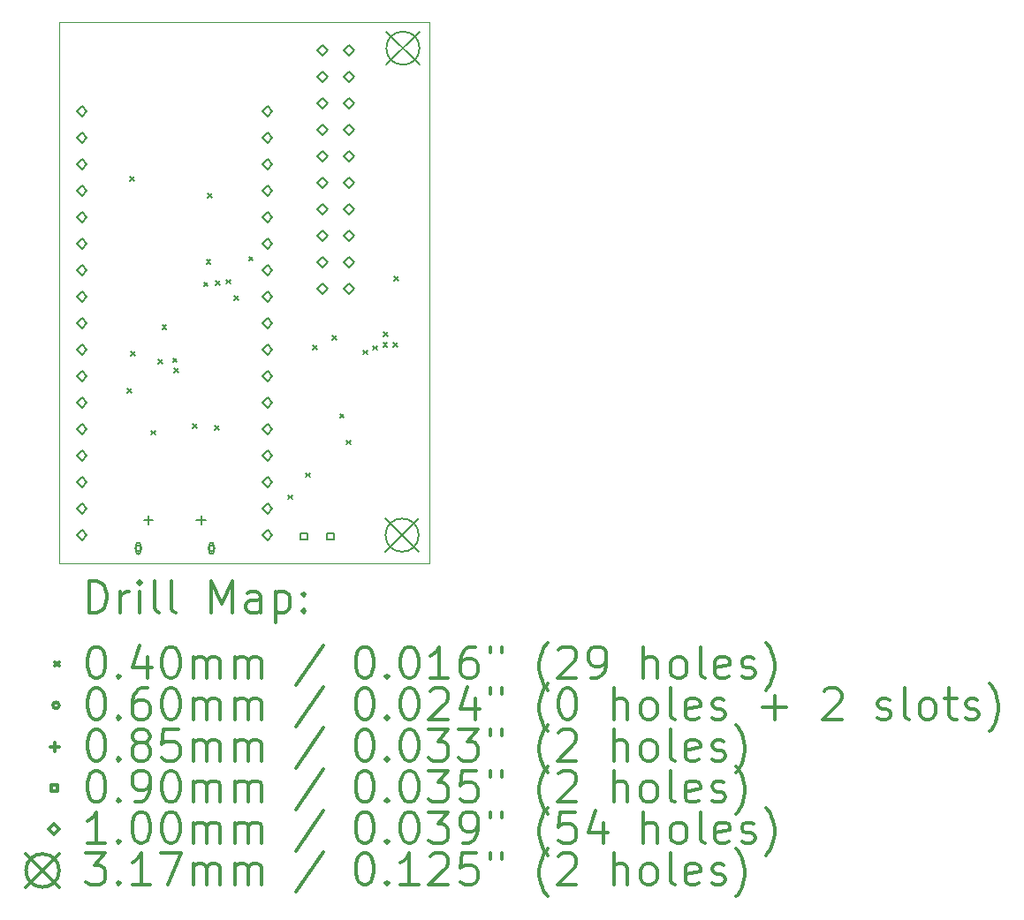
<source format=gbr>
%FSLAX45Y45*%
G04 Gerber Fmt 4.5, Leading zero omitted, Abs format (unit mm)*
G04 Created by KiCad (PCBNEW (5.1.5-0-10_14)) date 2020-02-28 10:22:09*
%MOMM*%
%LPD*%
G04 APERTURE LIST*
%TA.AperFunction,Profile*%
%ADD10C,0.050000*%
%TD*%
%ADD11C,0.200000*%
%ADD12C,0.300000*%
G04 APERTURE END LIST*
D10*
X6277500Y-2140000D02*
X2732500Y-2140000D01*
X6277500Y-7335000D02*
X6277500Y-2140000D01*
X2732500Y-7335000D02*
X6277500Y-7335000D01*
X2732500Y-2140000D02*
X2732500Y-7335000D01*
D11*
X3382499Y-5655000D02*
X3422499Y-5695000D01*
X3422499Y-5655000D02*
X3382499Y-5695000D01*
X3409000Y-3623000D02*
X3449000Y-3663000D01*
X3449000Y-3623000D02*
X3409000Y-3663000D01*
X3419500Y-5299706D02*
X3459500Y-5339706D01*
X3459500Y-5299706D02*
X3419500Y-5339706D01*
X3612000Y-6060000D02*
X3652000Y-6100000D01*
X3652000Y-6060000D02*
X3612000Y-6100000D01*
X3681000Y-5379000D02*
X3721000Y-5419000D01*
X3721000Y-5379000D02*
X3681000Y-5419000D01*
X3719000Y-5045000D02*
X3759000Y-5085000D01*
X3759000Y-5045000D02*
X3719000Y-5085000D01*
X3820000Y-5365000D02*
X3860000Y-5405000D01*
X3860000Y-5365000D02*
X3820000Y-5405000D01*
X3831535Y-5464334D02*
X3871535Y-5504334D01*
X3871535Y-5464334D02*
X3831535Y-5504334D01*
X4010000Y-5995000D02*
X4050000Y-6035000D01*
X4050000Y-5995000D02*
X4010000Y-6035000D01*
X4116000Y-4636000D02*
X4156000Y-4676000D01*
X4156000Y-4636000D02*
X4116000Y-4676000D01*
X4143000Y-4418000D02*
X4183000Y-4458000D01*
X4183000Y-4418000D02*
X4143000Y-4458000D01*
X4153000Y-3788000D02*
X4193000Y-3828000D01*
X4193000Y-3788000D02*
X4153000Y-3828000D01*
X4220000Y-6012500D02*
X4260000Y-6052500D01*
X4260000Y-6012500D02*
X4220000Y-6052500D01*
X4233555Y-4620977D02*
X4273555Y-4660977D01*
X4273555Y-4620977D02*
X4233555Y-4660977D01*
X4335000Y-4611000D02*
X4375000Y-4651000D01*
X4375000Y-4611000D02*
X4335000Y-4651000D01*
X4408000Y-4768000D02*
X4448000Y-4808000D01*
X4448000Y-4768000D02*
X4408000Y-4808000D01*
X4548000Y-4391000D02*
X4588000Y-4431000D01*
X4588000Y-4391000D02*
X4548000Y-4431000D01*
X4924000Y-6678000D02*
X4964000Y-6718000D01*
X4964000Y-6678000D02*
X4924000Y-6718000D01*
X5094000Y-6465000D02*
X5134000Y-6505000D01*
X5134000Y-6465000D02*
X5094000Y-6505000D01*
X5165000Y-5239000D02*
X5205000Y-5279000D01*
X5205000Y-5239000D02*
X5165000Y-5279000D01*
X5346000Y-5147000D02*
X5386000Y-5187000D01*
X5386000Y-5147000D02*
X5346000Y-5187000D01*
X5421000Y-5898000D02*
X5461000Y-5938000D01*
X5461000Y-5898000D02*
X5421000Y-5938000D01*
X5486000Y-6152000D02*
X5526000Y-6192000D01*
X5526000Y-6152000D02*
X5486000Y-6192000D01*
X5644996Y-5287455D02*
X5684996Y-5327455D01*
X5684996Y-5287455D02*
X5644996Y-5327455D01*
X5736000Y-5246000D02*
X5776000Y-5286000D01*
X5776000Y-5246000D02*
X5736000Y-5286000D01*
X5835090Y-5216128D02*
X5875090Y-5256128D01*
X5875090Y-5216128D02*
X5835090Y-5256128D01*
X5840000Y-5113000D02*
X5880000Y-5153000D01*
X5880000Y-5113000D02*
X5840000Y-5153000D01*
X5935090Y-5215811D02*
X5975090Y-5255811D01*
X5975090Y-5215811D02*
X5935090Y-5255811D01*
X5941000Y-4582000D02*
X5981000Y-4622000D01*
X5981000Y-4582000D02*
X5941000Y-4622000D01*
X3520000Y-7188750D02*
G75*
G03X3520000Y-7188750I-30000J0D01*
G01*
X3510000Y-7223750D02*
X3510000Y-7153750D01*
X3470000Y-7223750D02*
X3470000Y-7153750D01*
X3510000Y-7153750D02*
G75*
G03X3470000Y-7153750I-20000J0D01*
G01*
X3470000Y-7223750D02*
G75*
G03X3510000Y-7223750I20000J0D01*
G01*
X4220000Y-7188750D02*
G75*
G03X4220000Y-7188750I-30000J0D01*
G01*
X4170000Y-7153750D02*
X4170000Y-7223750D01*
X4210000Y-7153750D02*
X4210000Y-7223750D01*
X4170000Y-7223750D02*
G75*
G03X4210000Y-7223750I20000J0D01*
G01*
X4210000Y-7153750D02*
G75*
G03X4170000Y-7153750I-20000J0D01*
G01*
X3590000Y-6876250D02*
X3590000Y-6961250D01*
X3547500Y-6918750D02*
X3632500Y-6918750D01*
X4090000Y-6876250D02*
X4090000Y-6961250D01*
X4047500Y-6918750D02*
X4132500Y-6918750D01*
X5109820Y-7106820D02*
X5109820Y-7043180D01*
X5046180Y-7043180D01*
X5046180Y-7106820D01*
X5109820Y-7106820D01*
X5363820Y-7106820D02*
X5363820Y-7043180D01*
X5300180Y-7043180D01*
X5300180Y-7106820D01*
X5363820Y-7106820D01*
X4725000Y-3047000D02*
X4775000Y-2997000D01*
X4725000Y-2947000D01*
X4675000Y-2997000D01*
X4725000Y-3047000D01*
X4725000Y-3301000D02*
X4775000Y-3251000D01*
X4725000Y-3201000D01*
X4675000Y-3251000D01*
X4725000Y-3301000D01*
X4725000Y-3555000D02*
X4775000Y-3505000D01*
X4725000Y-3455000D01*
X4675000Y-3505000D01*
X4725000Y-3555000D01*
X4725000Y-3809000D02*
X4775000Y-3759000D01*
X4725000Y-3709000D01*
X4675000Y-3759000D01*
X4725000Y-3809000D01*
X4725000Y-4063000D02*
X4775000Y-4013000D01*
X4725000Y-3963000D01*
X4675000Y-4013000D01*
X4725000Y-4063000D01*
X4725000Y-4317000D02*
X4775000Y-4267000D01*
X4725000Y-4217000D01*
X4675000Y-4267000D01*
X4725000Y-4317000D01*
X4725000Y-4571000D02*
X4775000Y-4521000D01*
X4725000Y-4471000D01*
X4675000Y-4521000D01*
X4725000Y-4571000D01*
X4725000Y-4825000D02*
X4775000Y-4775000D01*
X4725000Y-4725000D01*
X4675000Y-4775000D01*
X4725000Y-4825000D01*
X4725000Y-5079000D02*
X4775000Y-5029000D01*
X4725000Y-4979000D01*
X4675000Y-5029000D01*
X4725000Y-5079000D01*
X4725000Y-5333000D02*
X4775000Y-5283000D01*
X4725000Y-5233000D01*
X4675000Y-5283000D01*
X4725000Y-5333000D01*
X4725000Y-5587000D02*
X4775000Y-5537000D01*
X4725000Y-5487000D01*
X4675000Y-5537000D01*
X4725000Y-5587000D01*
X4725000Y-5841000D02*
X4775000Y-5791000D01*
X4725000Y-5741000D01*
X4675000Y-5791000D01*
X4725000Y-5841000D01*
X4725000Y-6095000D02*
X4775000Y-6045000D01*
X4725000Y-5995000D01*
X4675000Y-6045000D01*
X4725000Y-6095000D01*
X4725000Y-6349000D02*
X4775000Y-6299000D01*
X4725000Y-6249000D01*
X4675000Y-6299000D01*
X4725000Y-6349000D01*
X4725000Y-6603000D02*
X4775000Y-6553000D01*
X4725000Y-6503000D01*
X4675000Y-6553000D01*
X4725000Y-6603000D01*
X4725000Y-6857000D02*
X4775000Y-6807000D01*
X4725000Y-6757000D01*
X4675000Y-6807000D01*
X4725000Y-6857000D01*
X4725000Y-7111000D02*
X4775000Y-7061000D01*
X4725000Y-7011000D01*
X4675000Y-7061000D01*
X4725000Y-7111000D01*
X5254000Y-2460000D02*
X5304000Y-2410000D01*
X5254000Y-2360000D01*
X5204000Y-2410000D01*
X5254000Y-2460000D01*
X5254000Y-2714000D02*
X5304000Y-2664000D01*
X5254000Y-2614000D01*
X5204000Y-2664000D01*
X5254000Y-2714000D01*
X5254000Y-2968000D02*
X5304000Y-2918000D01*
X5254000Y-2868000D01*
X5204000Y-2918000D01*
X5254000Y-2968000D01*
X5254000Y-3222000D02*
X5304000Y-3172000D01*
X5254000Y-3122000D01*
X5204000Y-3172000D01*
X5254000Y-3222000D01*
X5254000Y-3476000D02*
X5304000Y-3426000D01*
X5254000Y-3376000D01*
X5204000Y-3426000D01*
X5254000Y-3476000D01*
X5254000Y-3730000D02*
X5304000Y-3680000D01*
X5254000Y-3630000D01*
X5204000Y-3680000D01*
X5254000Y-3730000D01*
X5254000Y-3984000D02*
X5304000Y-3934000D01*
X5254000Y-3884000D01*
X5204000Y-3934000D01*
X5254000Y-3984000D01*
X5254000Y-4238000D02*
X5304000Y-4188000D01*
X5254000Y-4138000D01*
X5204000Y-4188000D01*
X5254000Y-4238000D01*
X5254000Y-4492000D02*
X5304000Y-4442000D01*
X5254000Y-4392000D01*
X5204000Y-4442000D01*
X5254000Y-4492000D01*
X5254000Y-4746000D02*
X5304000Y-4696000D01*
X5254000Y-4646000D01*
X5204000Y-4696000D01*
X5254000Y-4746000D01*
X5508000Y-2460000D02*
X5558000Y-2410000D01*
X5508000Y-2360000D01*
X5458000Y-2410000D01*
X5508000Y-2460000D01*
X5508000Y-2714000D02*
X5558000Y-2664000D01*
X5508000Y-2614000D01*
X5458000Y-2664000D01*
X5508000Y-2714000D01*
X5508000Y-2968000D02*
X5558000Y-2918000D01*
X5508000Y-2868000D01*
X5458000Y-2918000D01*
X5508000Y-2968000D01*
X5508000Y-3222000D02*
X5558000Y-3172000D01*
X5508000Y-3122000D01*
X5458000Y-3172000D01*
X5508000Y-3222000D01*
X5508000Y-3476000D02*
X5558000Y-3426000D01*
X5508000Y-3376000D01*
X5458000Y-3426000D01*
X5508000Y-3476000D01*
X5508000Y-3730000D02*
X5558000Y-3680000D01*
X5508000Y-3630000D01*
X5458000Y-3680000D01*
X5508000Y-3730000D01*
X5508000Y-3984000D02*
X5558000Y-3934000D01*
X5508000Y-3884000D01*
X5458000Y-3934000D01*
X5508000Y-3984000D01*
X5508000Y-4238000D02*
X5558000Y-4188000D01*
X5508000Y-4138000D01*
X5458000Y-4188000D01*
X5508000Y-4238000D01*
X5508000Y-4492000D02*
X5558000Y-4442000D01*
X5508000Y-4392000D01*
X5458000Y-4442000D01*
X5508000Y-4492000D01*
X5508000Y-4746000D02*
X5558000Y-4696000D01*
X5508000Y-4646000D01*
X5458000Y-4696000D01*
X5508000Y-4746000D01*
X2947000Y-3047000D02*
X2997000Y-2997000D01*
X2947000Y-2947000D01*
X2897000Y-2997000D01*
X2947000Y-3047000D01*
X2947000Y-3301000D02*
X2997000Y-3251000D01*
X2947000Y-3201000D01*
X2897000Y-3251000D01*
X2947000Y-3301000D01*
X2947000Y-3555000D02*
X2997000Y-3505000D01*
X2947000Y-3455000D01*
X2897000Y-3505000D01*
X2947000Y-3555000D01*
X2947000Y-3809000D02*
X2997000Y-3759000D01*
X2947000Y-3709000D01*
X2897000Y-3759000D01*
X2947000Y-3809000D01*
X2947000Y-4063000D02*
X2997000Y-4013000D01*
X2947000Y-3963000D01*
X2897000Y-4013000D01*
X2947000Y-4063000D01*
X2947000Y-4317000D02*
X2997000Y-4267000D01*
X2947000Y-4217000D01*
X2897000Y-4267000D01*
X2947000Y-4317000D01*
X2947000Y-4571000D02*
X2997000Y-4521000D01*
X2947000Y-4471000D01*
X2897000Y-4521000D01*
X2947000Y-4571000D01*
X2947000Y-4825000D02*
X2997000Y-4775000D01*
X2947000Y-4725000D01*
X2897000Y-4775000D01*
X2947000Y-4825000D01*
X2947000Y-5079000D02*
X2997000Y-5029000D01*
X2947000Y-4979000D01*
X2897000Y-5029000D01*
X2947000Y-5079000D01*
X2947000Y-5333000D02*
X2997000Y-5283000D01*
X2947000Y-5233000D01*
X2897000Y-5283000D01*
X2947000Y-5333000D01*
X2947000Y-5587000D02*
X2997000Y-5537000D01*
X2947000Y-5487000D01*
X2897000Y-5537000D01*
X2947000Y-5587000D01*
X2947000Y-5841000D02*
X2997000Y-5791000D01*
X2947000Y-5741000D01*
X2897000Y-5791000D01*
X2947000Y-5841000D01*
X2947000Y-6095000D02*
X2997000Y-6045000D01*
X2947000Y-5995000D01*
X2897000Y-6045000D01*
X2947000Y-6095000D01*
X2947000Y-6349000D02*
X2997000Y-6299000D01*
X2947000Y-6249000D01*
X2897000Y-6299000D01*
X2947000Y-6349000D01*
X2947000Y-6603000D02*
X2997000Y-6553000D01*
X2947000Y-6503000D01*
X2897000Y-6553000D01*
X2947000Y-6603000D01*
X2947000Y-6857000D02*
X2997000Y-6807000D01*
X2947000Y-6757000D01*
X2897000Y-6807000D01*
X2947000Y-6857000D01*
X2947000Y-7111000D02*
X2997000Y-7061000D01*
X2947000Y-7011000D01*
X2897000Y-7061000D01*
X2947000Y-7111000D01*
X5858250Y-6903250D02*
X6175750Y-7220750D01*
X6175750Y-6903250D02*
X5858250Y-7220750D01*
X6175750Y-7062000D02*
G75*
G03X6175750Y-7062000I-158750J0D01*
G01*
X5866250Y-2233250D02*
X6183750Y-2550750D01*
X6183750Y-2233250D02*
X5866250Y-2550750D01*
X6183750Y-2392000D02*
G75*
G03X6183750Y-2392000I-158750J0D01*
G01*
D12*
X3016428Y-7803214D02*
X3016428Y-7503214D01*
X3087857Y-7503214D01*
X3130714Y-7517500D01*
X3159286Y-7546071D01*
X3173571Y-7574643D01*
X3187857Y-7631786D01*
X3187857Y-7674643D01*
X3173571Y-7731786D01*
X3159286Y-7760357D01*
X3130714Y-7788929D01*
X3087857Y-7803214D01*
X3016428Y-7803214D01*
X3316428Y-7803214D02*
X3316428Y-7603214D01*
X3316428Y-7660357D02*
X3330714Y-7631786D01*
X3345000Y-7617500D01*
X3373571Y-7603214D01*
X3402143Y-7603214D01*
X3502143Y-7803214D02*
X3502143Y-7603214D01*
X3502143Y-7503214D02*
X3487857Y-7517500D01*
X3502143Y-7531786D01*
X3516428Y-7517500D01*
X3502143Y-7503214D01*
X3502143Y-7531786D01*
X3687857Y-7803214D02*
X3659286Y-7788929D01*
X3645000Y-7760357D01*
X3645000Y-7503214D01*
X3845000Y-7803214D02*
X3816428Y-7788929D01*
X3802143Y-7760357D01*
X3802143Y-7503214D01*
X4187857Y-7803214D02*
X4187857Y-7503214D01*
X4287857Y-7717500D01*
X4387857Y-7503214D01*
X4387857Y-7803214D01*
X4659286Y-7803214D02*
X4659286Y-7646071D01*
X4645000Y-7617500D01*
X4616428Y-7603214D01*
X4559286Y-7603214D01*
X4530714Y-7617500D01*
X4659286Y-7788929D02*
X4630714Y-7803214D01*
X4559286Y-7803214D01*
X4530714Y-7788929D01*
X4516428Y-7760357D01*
X4516428Y-7731786D01*
X4530714Y-7703214D01*
X4559286Y-7688929D01*
X4630714Y-7688929D01*
X4659286Y-7674643D01*
X4802143Y-7603214D02*
X4802143Y-7903214D01*
X4802143Y-7617500D02*
X4830714Y-7603214D01*
X4887857Y-7603214D01*
X4916428Y-7617500D01*
X4930714Y-7631786D01*
X4945000Y-7660357D01*
X4945000Y-7746071D01*
X4930714Y-7774643D01*
X4916428Y-7788929D01*
X4887857Y-7803214D01*
X4830714Y-7803214D01*
X4802143Y-7788929D01*
X5073571Y-7774643D02*
X5087857Y-7788929D01*
X5073571Y-7803214D01*
X5059286Y-7788929D01*
X5073571Y-7774643D01*
X5073571Y-7803214D01*
X5073571Y-7617500D02*
X5087857Y-7631786D01*
X5073571Y-7646071D01*
X5059286Y-7631786D01*
X5073571Y-7617500D01*
X5073571Y-7646071D01*
X2690000Y-8277500D02*
X2730000Y-8317500D01*
X2730000Y-8277500D02*
X2690000Y-8317500D01*
X3073571Y-8133214D02*
X3102143Y-8133214D01*
X3130714Y-8147500D01*
X3145000Y-8161786D01*
X3159286Y-8190357D01*
X3173571Y-8247500D01*
X3173571Y-8318929D01*
X3159286Y-8376071D01*
X3145000Y-8404643D01*
X3130714Y-8418929D01*
X3102143Y-8433214D01*
X3073571Y-8433214D01*
X3045000Y-8418929D01*
X3030714Y-8404643D01*
X3016428Y-8376071D01*
X3002143Y-8318929D01*
X3002143Y-8247500D01*
X3016428Y-8190357D01*
X3030714Y-8161786D01*
X3045000Y-8147500D01*
X3073571Y-8133214D01*
X3302143Y-8404643D02*
X3316428Y-8418929D01*
X3302143Y-8433214D01*
X3287857Y-8418929D01*
X3302143Y-8404643D01*
X3302143Y-8433214D01*
X3573571Y-8233214D02*
X3573571Y-8433214D01*
X3502143Y-8118929D02*
X3430714Y-8333214D01*
X3616428Y-8333214D01*
X3787857Y-8133214D02*
X3816428Y-8133214D01*
X3845000Y-8147500D01*
X3859286Y-8161786D01*
X3873571Y-8190357D01*
X3887857Y-8247500D01*
X3887857Y-8318929D01*
X3873571Y-8376071D01*
X3859286Y-8404643D01*
X3845000Y-8418929D01*
X3816428Y-8433214D01*
X3787857Y-8433214D01*
X3759286Y-8418929D01*
X3745000Y-8404643D01*
X3730714Y-8376071D01*
X3716428Y-8318929D01*
X3716428Y-8247500D01*
X3730714Y-8190357D01*
X3745000Y-8161786D01*
X3759286Y-8147500D01*
X3787857Y-8133214D01*
X4016428Y-8433214D02*
X4016428Y-8233214D01*
X4016428Y-8261786D02*
X4030714Y-8247500D01*
X4059286Y-8233214D01*
X4102143Y-8233214D01*
X4130714Y-8247500D01*
X4145000Y-8276071D01*
X4145000Y-8433214D01*
X4145000Y-8276071D02*
X4159286Y-8247500D01*
X4187857Y-8233214D01*
X4230714Y-8233214D01*
X4259286Y-8247500D01*
X4273571Y-8276071D01*
X4273571Y-8433214D01*
X4416428Y-8433214D02*
X4416428Y-8233214D01*
X4416428Y-8261786D02*
X4430714Y-8247500D01*
X4459286Y-8233214D01*
X4502143Y-8233214D01*
X4530714Y-8247500D01*
X4545000Y-8276071D01*
X4545000Y-8433214D01*
X4545000Y-8276071D02*
X4559286Y-8247500D01*
X4587857Y-8233214D01*
X4630714Y-8233214D01*
X4659286Y-8247500D01*
X4673571Y-8276071D01*
X4673571Y-8433214D01*
X5259286Y-8118929D02*
X5002143Y-8504643D01*
X5645000Y-8133214D02*
X5673571Y-8133214D01*
X5702143Y-8147500D01*
X5716428Y-8161786D01*
X5730714Y-8190357D01*
X5745000Y-8247500D01*
X5745000Y-8318929D01*
X5730714Y-8376071D01*
X5716428Y-8404643D01*
X5702143Y-8418929D01*
X5673571Y-8433214D01*
X5645000Y-8433214D01*
X5616428Y-8418929D01*
X5602143Y-8404643D01*
X5587857Y-8376071D01*
X5573571Y-8318929D01*
X5573571Y-8247500D01*
X5587857Y-8190357D01*
X5602143Y-8161786D01*
X5616428Y-8147500D01*
X5645000Y-8133214D01*
X5873571Y-8404643D02*
X5887857Y-8418929D01*
X5873571Y-8433214D01*
X5859286Y-8418929D01*
X5873571Y-8404643D01*
X5873571Y-8433214D01*
X6073571Y-8133214D02*
X6102143Y-8133214D01*
X6130714Y-8147500D01*
X6145000Y-8161786D01*
X6159286Y-8190357D01*
X6173571Y-8247500D01*
X6173571Y-8318929D01*
X6159286Y-8376071D01*
X6145000Y-8404643D01*
X6130714Y-8418929D01*
X6102143Y-8433214D01*
X6073571Y-8433214D01*
X6045000Y-8418929D01*
X6030714Y-8404643D01*
X6016428Y-8376071D01*
X6002143Y-8318929D01*
X6002143Y-8247500D01*
X6016428Y-8190357D01*
X6030714Y-8161786D01*
X6045000Y-8147500D01*
X6073571Y-8133214D01*
X6459286Y-8433214D02*
X6287857Y-8433214D01*
X6373571Y-8433214D02*
X6373571Y-8133214D01*
X6345000Y-8176071D01*
X6316428Y-8204643D01*
X6287857Y-8218929D01*
X6716428Y-8133214D02*
X6659286Y-8133214D01*
X6630714Y-8147500D01*
X6616428Y-8161786D01*
X6587857Y-8204643D01*
X6573571Y-8261786D01*
X6573571Y-8376071D01*
X6587857Y-8404643D01*
X6602143Y-8418929D01*
X6630714Y-8433214D01*
X6687857Y-8433214D01*
X6716428Y-8418929D01*
X6730714Y-8404643D01*
X6745000Y-8376071D01*
X6745000Y-8304643D01*
X6730714Y-8276071D01*
X6716428Y-8261786D01*
X6687857Y-8247500D01*
X6630714Y-8247500D01*
X6602143Y-8261786D01*
X6587857Y-8276071D01*
X6573571Y-8304643D01*
X6859286Y-8133214D02*
X6859286Y-8190357D01*
X6973571Y-8133214D02*
X6973571Y-8190357D01*
X7416428Y-8547500D02*
X7402143Y-8533214D01*
X7373571Y-8490357D01*
X7359286Y-8461786D01*
X7345000Y-8418929D01*
X7330714Y-8347500D01*
X7330714Y-8290357D01*
X7345000Y-8218929D01*
X7359286Y-8176071D01*
X7373571Y-8147500D01*
X7402143Y-8104643D01*
X7416428Y-8090357D01*
X7516428Y-8161786D02*
X7530714Y-8147500D01*
X7559286Y-8133214D01*
X7630714Y-8133214D01*
X7659286Y-8147500D01*
X7673571Y-8161786D01*
X7687857Y-8190357D01*
X7687857Y-8218929D01*
X7673571Y-8261786D01*
X7502143Y-8433214D01*
X7687857Y-8433214D01*
X7830714Y-8433214D02*
X7887857Y-8433214D01*
X7916428Y-8418929D01*
X7930714Y-8404643D01*
X7959286Y-8361786D01*
X7973571Y-8304643D01*
X7973571Y-8190357D01*
X7959286Y-8161786D01*
X7945000Y-8147500D01*
X7916428Y-8133214D01*
X7859286Y-8133214D01*
X7830714Y-8147500D01*
X7816428Y-8161786D01*
X7802143Y-8190357D01*
X7802143Y-8261786D01*
X7816428Y-8290357D01*
X7830714Y-8304643D01*
X7859286Y-8318929D01*
X7916428Y-8318929D01*
X7945000Y-8304643D01*
X7959286Y-8290357D01*
X7973571Y-8261786D01*
X8330714Y-8433214D02*
X8330714Y-8133214D01*
X8459286Y-8433214D02*
X8459286Y-8276071D01*
X8445000Y-8247500D01*
X8416428Y-8233214D01*
X8373571Y-8233214D01*
X8345000Y-8247500D01*
X8330714Y-8261786D01*
X8645000Y-8433214D02*
X8616428Y-8418929D01*
X8602143Y-8404643D01*
X8587857Y-8376071D01*
X8587857Y-8290357D01*
X8602143Y-8261786D01*
X8616428Y-8247500D01*
X8645000Y-8233214D01*
X8687857Y-8233214D01*
X8716428Y-8247500D01*
X8730714Y-8261786D01*
X8745000Y-8290357D01*
X8745000Y-8376071D01*
X8730714Y-8404643D01*
X8716428Y-8418929D01*
X8687857Y-8433214D01*
X8645000Y-8433214D01*
X8916428Y-8433214D02*
X8887857Y-8418929D01*
X8873571Y-8390357D01*
X8873571Y-8133214D01*
X9145000Y-8418929D02*
X9116428Y-8433214D01*
X9059286Y-8433214D01*
X9030714Y-8418929D01*
X9016428Y-8390357D01*
X9016428Y-8276071D01*
X9030714Y-8247500D01*
X9059286Y-8233214D01*
X9116428Y-8233214D01*
X9145000Y-8247500D01*
X9159286Y-8276071D01*
X9159286Y-8304643D01*
X9016428Y-8333214D01*
X9273571Y-8418929D02*
X9302143Y-8433214D01*
X9359286Y-8433214D01*
X9387857Y-8418929D01*
X9402143Y-8390357D01*
X9402143Y-8376071D01*
X9387857Y-8347500D01*
X9359286Y-8333214D01*
X9316428Y-8333214D01*
X9287857Y-8318929D01*
X9273571Y-8290357D01*
X9273571Y-8276071D01*
X9287857Y-8247500D01*
X9316428Y-8233214D01*
X9359286Y-8233214D01*
X9387857Y-8247500D01*
X9502143Y-8547500D02*
X9516428Y-8533214D01*
X9545000Y-8490357D01*
X9559286Y-8461786D01*
X9573571Y-8418929D01*
X9587857Y-8347500D01*
X9587857Y-8290357D01*
X9573571Y-8218929D01*
X9559286Y-8176071D01*
X9545000Y-8147500D01*
X9516428Y-8104643D01*
X9502143Y-8090357D01*
X2730000Y-8693500D02*
G75*
G03X2730000Y-8693500I-30000J0D01*
G01*
X3073571Y-8529214D02*
X3102143Y-8529214D01*
X3130714Y-8543500D01*
X3145000Y-8557786D01*
X3159286Y-8586357D01*
X3173571Y-8643500D01*
X3173571Y-8714929D01*
X3159286Y-8772072D01*
X3145000Y-8800643D01*
X3130714Y-8814929D01*
X3102143Y-8829214D01*
X3073571Y-8829214D01*
X3045000Y-8814929D01*
X3030714Y-8800643D01*
X3016428Y-8772072D01*
X3002143Y-8714929D01*
X3002143Y-8643500D01*
X3016428Y-8586357D01*
X3030714Y-8557786D01*
X3045000Y-8543500D01*
X3073571Y-8529214D01*
X3302143Y-8800643D02*
X3316428Y-8814929D01*
X3302143Y-8829214D01*
X3287857Y-8814929D01*
X3302143Y-8800643D01*
X3302143Y-8829214D01*
X3573571Y-8529214D02*
X3516428Y-8529214D01*
X3487857Y-8543500D01*
X3473571Y-8557786D01*
X3445000Y-8600643D01*
X3430714Y-8657786D01*
X3430714Y-8772072D01*
X3445000Y-8800643D01*
X3459286Y-8814929D01*
X3487857Y-8829214D01*
X3545000Y-8829214D01*
X3573571Y-8814929D01*
X3587857Y-8800643D01*
X3602143Y-8772072D01*
X3602143Y-8700643D01*
X3587857Y-8672072D01*
X3573571Y-8657786D01*
X3545000Y-8643500D01*
X3487857Y-8643500D01*
X3459286Y-8657786D01*
X3445000Y-8672072D01*
X3430714Y-8700643D01*
X3787857Y-8529214D02*
X3816428Y-8529214D01*
X3845000Y-8543500D01*
X3859286Y-8557786D01*
X3873571Y-8586357D01*
X3887857Y-8643500D01*
X3887857Y-8714929D01*
X3873571Y-8772072D01*
X3859286Y-8800643D01*
X3845000Y-8814929D01*
X3816428Y-8829214D01*
X3787857Y-8829214D01*
X3759286Y-8814929D01*
X3745000Y-8800643D01*
X3730714Y-8772072D01*
X3716428Y-8714929D01*
X3716428Y-8643500D01*
X3730714Y-8586357D01*
X3745000Y-8557786D01*
X3759286Y-8543500D01*
X3787857Y-8529214D01*
X4016428Y-8829214D02*
X4016428Y-8629214D01*
X4016428Y-8657786D02*
X4030714Y-8643500D01*
X4059286Y-8629214D01*
X4102143Y-8629214D01*
X4130714Y-8643500D01*
X4145000Y-8672072D01*
X4145000Y-8829214D01*
X4145000Y-8672072D02*
X4159286Y-8643500D01*
X4187857Y-8629214D01*
X4230714Y-8629214D01*
X4259286Y-8643500D01*
X4273571Y-8672072D01*
X4273571Y-8829214D01*
X4416428Y-8829214D02*
X4416428Y-8629214D01*
X4416428Y-8657786D02*
X4430714Y-8643500D01*
X4459286Y-8629214D01*
X4502143Y-8629214D01*
X4530714Y-8643500D01*
X4545000Y-8672072D01*
X4545000Y-8829214D01*
X4545000Y-8672072D02*
X4559286Y-8643500D01*
X4587857Y-8629214D01*
X4630714Y-8629214D01*
X4659286Y-8643500D01*
X4673571Y-8672072D01*
X4673571Y-8829214D01*
X5259286Y-8514929D02*
X5002143Y-8900643D01*
X5645000Y-8529214D02*
X5673571Y-8529214D01*
X5702143Y-8543500D01*
X5716428Y-8557786D01*
X5730714Y-8586357D01*
X5745000Y-8643500D01*
X5745000Y-8714929D01*
X5730714Y-8772072D01*
X5716428Y-8800643D01*
X5702143Y-8814929D01*
X5673571Y-8829214D01*
X5645000Y-8829214D01*
X5616428Y-8814929D01*
X5602143Y-8800643D01*
X5587857Y-8772072D01*
X5573571Y-8714929D01*
X5573571Y-8643500D01*
X5587857Y-8586357D01*
X5602143Y-8557786D01*
X5616428Y-8543500D01*
X5645000Y-8529214D01*
X5873571Y-8800643D02*
X5887857Y-8814929D01*
X5873571Y-8829214D01*
X5859286Y-8814929D01*
X5873571Y-8800643D01*
X5873571Y-8829214D01*
X6073571Y-8529214D02*
X6102143Y-8529214D01*
X6130714Y-8543500D01*
X6145000Y-8557786D01*
X6159286Y-8586357D01*
X6173571Y-8643500D01*
X6173571Y-8714929D01*
X6159286Y-8772072D01*
X6145000Y-8800643D01*
X6130714Y-8814929D01*
X6102143Y-8829214D01*
X6073571Y-8829214D01*
X6045000Y-8814929D01*
X6030714Y-8800643D01*
X6016428Y-8772072D01*
X6002143Y-8714929D01*
X6002143Y-8643500D01*
X6016428Y-8586357D01*
X6030714Y-8557786D01*
X6045000Y-8543500D01*
X6073571Y-8529214D01*
X6287857Y-8557786D02*
X6302143Y-8543500D01*
X6330714Y-8529214D01*
X6402143Y-8529214D01*
X6430714Y-8543500D01*
X6445000Y-8557786D01*
X6459286Y-8586357D01*
X6459286Y-8614929D01*
X6445000Y-8657786D01*
X6273571Y-8829214D01*
X6459286Y-8829214D01*
X6716428Y-8629214D02*
X6716428Y-8829214D01*
X6645000Y-8514929D02*
X6573571Y-8729214D01*
X6759286Y-8729214D01*
X6859286Y-8529214D02*
X6859286Y-8586357D01*
X6973571Y-8529214D02*
X6973571Y-8586357D01*
X7416428Y-8943500D02*
X7402143Y-8929214D01*
X7373571Y-8886357D01*
X7359286Y-8857786D01*
X7345000Y-8814929D01*
X7330714Y-8743500D01*
X7330714Y-8686357D01*
X7345000Y-8614929D01*
X7359286Y-8572072D01*
X7373571Y-8543500D01*
X7402143Y-8500643D01*
X7416428Y-8486357D01*
X7587857Y-8529214D02*
X7616428Y-8529214D01*
X7645000Y-8543500D01*
X7659286Y-8557786D01*
X7673571Y-8586357D01*
X7687857Y-8643500D01*
X7687857Y-8714929D01*
X7673571Y-8772072D01*
X7659286Y-8800643D01*
X7645000Y-8814929D01*
X7616428Y-8829214D01*
X7587857Y-8829214D01*
X7559286Y-8814929D01*
X7545000Y-8800643D01*
X7530714Y-8772072D01*
X7516428Y-8714929D01*
X7516428Y-8643500D01*
X7530714Y-8586357D01*
X7545000Y-8557786D01*
X7559286Y-8543500D01*
X7587857Y-8529214D01*
X8045000Y-8829214D02*
X8045000Y-8529214D01*
X8173571Y-8829214D02*
X8173571Y-8672072D01*
X8159286Y-8643500D01*
X8130714Y-8629214D01*
X8087857Y-8629214D01*
X8059286Y-8643500D01*
X8045000Y-8657786D01*
X8359286Y-8829214D02*
X8330714Y-8814929D01*
X8316428Y-8800643D01*
X8302143Y-8772072D01*
X8302143Y-8686357D01*
X8316428Y-8657786D01*
X8330714Y-8643500D01*
X8359286Y-8629214D01*
X8402143Y-8629214D01*
X8430714Y-8643500D01*
X8445000Y-8657786D01*
X8459286Y-8686357D01*
X8459286Y-8772072D01*
X8445000Y-8800643D01*
X8430714Y-8814929D01*
X8402143Y-8829214D01*
X8359286Y-8829214D01*
X8630714Y-8829214D02*
X8602143Y-8814929D01*
X8587857Y-8786357D01*
X8587857Y-8529214D01*
X8859286Y-8814929D02*
X8830714Y-8829214D01*
X8773571Y-8829214D01*
X8745000Y-8814929D01*
X8730714Y-8786357D01*
X8730714Y-8672072D01*
X8745000Y-8643500D01*
X8773571Y-8629214D01*
X8830714Y-8629214D01*
X8859286Y-8643500D01*
X8873571Y-8672072D01*
X8873571Y-8700643D01*
X8730714Y-8729214D01*
X8987857Y-8814929D02*
X9016428Y-8829214D01*
X9073571Y-8829214D01*
X9102143Y-8814929D01*
X9116428Y-8786357D01*
X9116428Y-8772072D01*
X9102143Y-8743500D01*
X9073571Y-8729214D01*
X9030714Y-8729214D01*
X9002143Y-8714929D01*
X8987857Y-8686357D01*
X8987857Y-8672072D01*
X9002143Y-8643500D01*
X9030714Y-8629214D01*
X9073571Y-8629214D01*
X9102143Y-8643500D01*
X9473571Y-8714929D02*
X9702143Y-8714929D01*
X9587857Y-8829214D02*
X9587857Y-8600643D01*
X10059286Y-8557786D02*
X10073571Y-8543500D01*
X10102143Y-8529214D01*
X10173571Y-8529214D01*
X10202143Y-8543500D01*
X10216428Y-8557786D01*
X10230714Y-8586357D01*
X10230714Y-8614929D01*
X10216428Y-8657786D01*
X10045000Y-8829214D01*
X10230714Y-8829214D01*
X10573571Y-8814929D02*
X10602143Y-8829214D01*
X10659286Y-8829214D01*
X10687857Y-8814929D01*
X10702143Y-8786357D01*
X10702143Y-8772072D01*
X10687857Y-8743500D01*
X10659286Y-8729214D01*
X10616428Y-8729214D01*
X10587857Y-8714929D01*
X10573571Y-8686357D01*
X10573571Y-8672072D01*
X10587857Y-8643500D01*
X10616428Y-8629214D01*
X10659286Y-8629214D01*
X10687857Y-8643500D01*
X10873571Y-8829214D02*
X10845000Y-8814929D01*
X10830714Y-8786357D01*
X10830714Y-8529214D01*
X11030714Y-8829214D02*
X11002143Y-8814929D01*
X10987857Y-8800643D01*
X10973571Y-8772072D01*
X10973571Y-8686357D01*
X10987857Y-8657786D01*
X11002143Y-8643500D01*
X11030714Y-8629214D01*
X11073571Y-8629214D01*
X11102143Y-8643500D01*
X11116428Y-8657786D01*
X11130714Y-8686357D01*
X11130714Y-8772072D01*
X11116428Y-8800643D01*
X11102143Y-8814929D01*
X11073571Y-8829214D01*
X11030714Y-8829214D01*
X11216428Y-8629214D02*
X11330714Y-8629214D01*
X11259286Y-8529214D02*
X11259286Y-8786357D01*
X11273571Y-8814929D01*
X11302143Y-8829214D01*
X11330714Y-8829214D01*
X11416428Y-8814929D02*
X11445000Y-8829214D01*
X11502143Y-8829214D01*
X11530714Y-8814929D01*
X11545000Y-8786357D01*
X11545000Y-8772072D01*
X11530714Y-8743500D01*
X11502143Y-8729214D01*
X11459286Y-8729214D01*
X11430714Y-8714929D01*
X11416428Y-8686357D01*
X11416428Y-8672072D01*
X11430714Y-8643500D01*
X11459286Y-8629214D01*
X11502143Y-8629214D01*
X11530714Y-8643500D01*
X11645000Y-8943500D02*
X11659286Y-8929214D01*
X11687857Y-8886357D01*
X11702143Y-8857786D01*
X11716428Y-8814929D01*
X11730714Y-8743500D01*
X11730714Y-8686357D01*
X11716428Y-8614929D01*
X11702143Y-8572072D01*
X11687857Y-8543500D01*
X11659286Y-8500643D01*
X11645000Y-8486357D01*
X2687500Y-9047000D02*
X2687500Y-9132000D01*
X2645000Y-9089500D02*
X2730000Y-9089500D01*
X3073571Y-8925214D02*
X3102143Y-8925214D01*
X3130714Y-8939500D01*
X3145000Y-8953786D01*
X3159286Y-8982357D01*
X3173571Y-9039500D01*
X3173571Y-9110929D01*
X3159286Y-9168072D01*
X3145000Y-9196643D01*
X3130714Y-9210929D01*
X3102143Y-9225214D01*
X3073571Y-9225214D01*
X3045000Y-9210929D01*
X3030714Y-9196643D01*
X3016428Y-9168072D01*
X3002143Y-9110929D01*
X3002143Y-9039500D01*
X3016428Y-8982357D01*
X3030714Y-8953786D01*
X3045000Y-8939500D01*
X3073571Y-8925214D01*
X3302143Y-9196643D02*
X3316428Y-9210929D01*
X3302143Y-9225214D01*
X3287857Y-9210929D01*
X3302143Y-9196643D01*
X3302143Y-9225214D01*
X3487857Y-9053786D02*
X3459286Y-9039500D01*
X3445000Y-9025214D01*
X3430714Y-8996643D01*
X3430714Y-8982357D01*
X3445000Y-8953786D01*
X3459286Y-8939500D01*
X3487857Y-8925214D01*
X3545000Y-8925214D01*
X3573571Y-8939500D01*
X3587857Y-8953786D01*
X3602143Y-8982357D01*
X3602143Y-8996643D01*
X3587857Y-9025214D01*
X3573571Y-9039500D01*
X3545000Y-9053786D01*
X3487857Y-9053786D01*
X3459286Y-9068072D01*
X3445000Y-9082357D01*
X3430714Y-9110929D01*
X3430714Y-9168072D01*
X3445000Y-9196643D01*
X3459286Y-9210929D01*
X3487857Y-9225214D01*
X3545000Y-9225214D01*
X3573571Y-9210929D01*
X3587857Y-9196643D01*
X3602143Y-9168072D01*
X3602143Y-9110929D01*
X3587857Y-9082357D01*
X3573571Y-9068072D01*
X3545000Y-9053786D01*
X3873571Y-8925214D02*
X3730714Y-8925214D01*
X3716428Y-9068072D01*
X3730714Y-9053786D01*
X3759286Y-9039500D01*
X3830714Y-9039500D01*
X3859286Y-9053786D01*
X3873571Y-9068072D01*
X3887857Y-9096643D01*
X3887857Y-9168072D01*
X3873571Y-9196643D01*
X3859286Y-9210929D01*
X3830714Y-9225214D01*
X3759286Y-9225214D01*
X3730714Y-9210929D01*
X3716428Y-9196643D01*
X4016428Y-9225214D02*
X4016428Y-9025214D01*
X4016428Y-9053786D02*
X4030714Y-9039500D01*
X4059286Y-9025214D01*
X4102143Y-9025214D01*
X4130714Y-9039500D01*
X4145000Y-9068072D01*
X4145000Y-9225214D01*
X4145000Y-9068072D02*
X4159286Y-9039500D01*
X4187857Y-9025214D01*
X4230714Y-9025214D01*
X4259286Y-9039500D01*
X4273571Y-9068072D01*
X4273571Y-9225214D01*
X4416428Y-9225214D02*
X4416428Y-9025214D01*
X4416428Y-9053786D02*
X4430714Y-9039500D01*
X4459286Y-9025214D01*
X4502143Y-9025214D01*
X4530714Y-9039500D01*
X4545000Y-9068072D01*
X4545000Y-9225214D01*
X4545000Y-9068072D02*
X4559286Y-9039500D01*
X4587857Y-9025214D01*
X4630714Y-9025214D01*
X4659286Y-9039500D01*
X4673571Y-9068072D01*
X4673571Y-9225214D01*
X5259286Y-8910929D02*
X5002143Y-9296643D01*
X5645000Y-8925214D02*
X5673571Y-8925214D01*
X5702143Y-8939500D01*
X5716428Y-8953786D01*
X5730714Y-8982357D01*
X5745000Y-9039500D01*
X5745000Y-9110929D01*
X5730714Y-9168072D01*
X5716428Y-9196643D01*
X5702143Y-9210929D01*
X5673571Y-9225214D01*
X5645000Y-9225214D01*
X5616428Y-9210929D01*
X5602143Y-9196643D01*
X5587857Y-9168072D01*
X5573571Y-9110929D01*
X5573571Y-9039500D01*
X5587857Y-8982357D01*
X5602143Y-8953786D01*
X5616428Y-8939500D01*
X5645000Y-8925214D01*
X5873571Y-9196643D02*
X5887857Y-9210929D01*
X5873571Y-9225214D01*
X5859286Y-9210929D01*
X5873571Y-9196643D01*
X5873571Y-9225214D01*
X6073571Y-8925214D02*
X6102143Y-8925214D01*
X6130714Y-8939500D01*
X6145000Y-8953786D01*
X6159286Y-8982357D01*
X6173571Y-9039500D01*
X6173571Y-9110929D01*
X6159286Y-9168072D01*
X6145000Y-9196643D01*
X6130714Y-9210929D01*
X6102143Y-9225214D01*
X6073571Y-9225214D01*
X6045000Y-9210929D01*
X6030714Y-9196643D01*
X6016428Y-9168072D01*
X6002143Y-9110929D01*
X6002143Y-9039500D01*
X6016428Y-8982357D01*
X6030714Y-8953786D01*
X6045000Y-8939500D01*
X6073571Y-8925214D01*
X6273571Y-8925214D02*
X6459286Y-8925214D01*
X6359286Y-9039500D01*
X6402143Y-9039500D01*
X6430714Y-9053786D01*
X6445000Y-9068072D01*
X6459286Y-9096643D01*
X6459286Y-9168072D01*
X6445000Y-9196643D01*
X6430714Y-9210929D01*
X6402143Y-9225214D01*
X6316428Y-9225214D01*
X6287857Y-9210929D01*
X6273571Y-9196643D01*
X6559286Y-8925214D02*
X6745000Y-8925214D01*
X6645000Y-9039500D01*
X6687857Y-9039500D01*
X6716428Y-9053786D01*
X6730714Y-9068072D01*
X6745000Y-9096643D01*
X6745000Y-9168072D01*
X6730714Y-9196643D01*
X6716428Y-9210929D01*
X6687857Y-9225214D01*
X6602143Y-9225214D01*
X6573571Y-9210929D01*
X6559286Y-9196643D01*
X6859286Y-8925214D02*
X6859286Y-8982357D01*
X6973571Y-8925214D02*
X6973571Y-8982357D01*
X7416428Y-9339500D02*
X7402143Y-9325214D01*
X7373571Y-9282357D01*
X7359286Y-9253786D01*
X7345000Y-9210929D01*
X7330714Y-9139500D01*
X7330714Y-9082357D01*
X7345000Y-9010929D01*
X7359286Y-8968072D01*
X7373571Y-8939500D01*
X7402143Y-8896643D01*
X7416428Y-8882357D01*
X7516428Y-8953786D02*
X7530714Y-8939500D01*
X7559286Y-8925214D01*
X7630714Y-8925214D01*
X7659286Y-8939500D01*
X7673571Y-8953786D01*
X7687857Y-8982357D01*
X7687857Y-9010929D01*
X7673571Y-9053786D01*
X7502143Y-9225214D01*
X7687857Y-9225214D01*
X8045000Y-9225214D02*
X8045000Y-8925214D01*
X8173571Y-9225214D02*
X8173571Y-9068072D01*
X8159286Y-9039500D01*
X8130714Y-9025214D01*
X8087857Y-9025214D01*
X8059286Y-9039500D01*
X8045000Y-9053786D01*
X8359286Y-9225214D02*
X8330714Y-9210929D01*
X8316428Y-9196643D01*
X8302143Y-9168072D01*
X8302143Y-9082357D01*
X8316428Y-9053786D01*
X8330714Y-9039500D01*
X8359286Y-9025214D01*
X8402143Y-9025214D01*
X8430714Y-9039500D01*
X8445000Y-9053786D01*
X8459286Y-9082357D01*
X8459286Y-9168072D01*
X8445000Y-9196643D01*
X8430714Y-9210929D01*
X8402143Y-9225214D01*
X8359286Y-9225214D01*
X8630714Y-9225214D02*
X8602143Y-9210929D01*
X8587857Y-9182357D01*
X8587857Y-8925214D01*
X8859286Y-9210929D02*
X8830714Y-9225214D01*
X8773571Y-9225214D01*
X8745000Y-9210929D01*
X8730714Y-9182357D01*
X8730714Y-9068072D01*
X8745000Y-9039500D01*
X8773571Y-9025214D01*
X8830714Y-9025214D01*
X8859286Y-9039500D01*
X8873571Y-9068072D01*
X8873571Y-9096643D01*
X8730714Y-9125214D01*
X8987857Y-9210929D02*
X9016428Y-9225214D01*
X9073571Y-9225214D01*
X9102143Y-9210929D01*
X9116428Y-9182357D01*
X9116428Y-9168072D01*
X9102143Y-9139500D01*
X9073571Y-9125214D01*
X9030714Y-9125214D01*
X9002143Y-9110929D01*
X8987857Y-9082357D01*
X8987857Y-9068072D01*
X9002143Y-9039500D01*
X9030714Y-9025214D01*
X9073571Y-9025214D01*
X9102143Y-9039500D01*
X9216428Y-9339500D02*
X9230714Y-9325214D01*
X9259286Y-9282357D01*
X9273571Y-9253786D01*
X9287857Y-9210929D01*
X9302143Y-9139500D01*
X9302143Y-9082357D01*
X9287857Y-9010929D01*
X9273571Y-8968072D01*
X9259286Y-8939500D01*
X9230714Y-8896643D01*
X9216428Y-8882357D01*
X2716820Y-9517320D02*
X2716820Y-9453680D01*
X2653180Y-9453680D01*
X2653180Y-9517320D01*
X2716820Y-9517320D01*
X3073571Y-9321214D02*
X3102143Y-9321214D01*
X3130714Y-9335500D01*
X3145000Y-9349786D01*
X3159286Y-9378357D01*
X3173571Y-9435500D01*
X3173571Y-9506929D01*
X3159286Y-9564072D01*
X3145000Y-9592643D01*
X3130714Y-9606929D01*
X3102143Y-9621214D01*
X3073571Y-9621214D01*
X3045000Y-9606929D01*
X3030714Y-9592643D01*
X3016428Y-9564072D01*
X3002143Y-9506929D01*
X3002143Y-9435500D01*
X3016428Y-9378357D01*
X3030714Y-9349786D01*
X3045000Y-9335500D01*
X3073571Y-9321214D01*
X3302143Y-9592643D02*
X3316428Y-9606929D01*
X3302143Y-9621214D01*
X3287857Y-9606929D01*
X3302143Y-9592643D01*
X3302143Y-9621214D01*
X3459286Y-9621214D02*
X3516428Y-9621214D01*
X3545000Y-9606929D01*
X3559286Y-9592643D01*
X3587857Y-9549786D01*
X3602143Y-9492643D01*
X3602143Y-9378357D01*
X3587857Y-9349786D01*
X3573571Y-9335500D01*
X3545000Y-9321214D01*
X3487857Y-9321214D01*
X3459286Y-9335500D01*
X3445000Y-9349786D01*
X3430714Y-9378357D01*
X3430714Y-9449786D01*
X3445000Y-9478357D01*
X3459286Y-9492643D01*
X3487857Y-9506929D01*
X3545000Y-9506929D01*
X3573571Y-9492643D01*
X3587857Y-9478357D01*
X3602143Y-9449786D01*
X3787857Y-9321214D02*
X3816428Y-9321214D01*
X3845000Y-9335500D01*
X3859286Y-9349786D01*
X3873571Y-9378357D01*
X3887857Y-9435500D01*
X3887857Y-9506929D01*
X3873571Y-9564072D01*
X3859286Y-9592643D01*
X3845000Y-9606929D01*
X3816428Y-9621214D01*
X3787857Y-9621214D01*
X3759286Y-9606929D01*
X3745000Y-9592643D01*
X3730714Y-9564072D01*
X3716428Y-9506929D01*
X3716428Y-9435500D01*
X3730714Y-9378357D01*
X3745000Y-9349786D01*
X3759286Y-9335500D01*
X3787857Y-9321214D01*
X4016428Y-9621214D02*
X4016428Y-9421214D01*
X4016428Y-9449786D02*
X4030714Y-9435500D01*
X4059286Y-9421214D01*
X4102143Y-9421214D01*
X4130714Y-9435500D01*
X4145000Y-9464072D01*
X4145000Y-9621214D01*
X4145000Y-9464072D02*
X4159286Y-9435500D01*
X4187857Y-9421214D01*
X4230714Y-9421214D01*
X4259286Y-9435500D01*
X4273571Y-9464072D01*
X4273571Y-9621214D01*
X4416428Y-9621214D02*
X4416428Y-9421214D01*
X4416428Y-9449786D02*
X4430714Y-9435500D01*
X4459286Y-9421214D01*
X4502143Y-9421214D01*
X4530714Y-9435500D01*
X4545000Y-9464072D01*
X4545000Y-9621214D01*
X4545000Y-9464072D02*
X4559286Y-9435500D01*
X4587857Y-9421214D01*
X4630714Y-9421214D01*
X4659286Y-9435500D01*
X4673571Y-9464072D01*
X4673571Y-9621214D01*
X5259286Y-9306929D02*
X5002143Y-9692643D01*
X5645000Y-9321214D02*
X5673571Y-9321214D01*
X5702143Y-9335500D01*
X5716428Y-9349786D01*
X5730714Y-9378357D01*
X5745000Y-9435500D01*
X5745000Y-9506929D01*
X5730714Y-9564072D01*
X5716428Y-9592643D01*
X5702143Y-9606929D01*
X5673571Y-9621214D01*
X5645000Y-9621214D01*
X5616428Y-9606929D01*
X5602143Y-9592643D01*
X5587857Y-9564072D01*
X5573571Y-9506929D01*
X5573571Y-9435500D01*
X5587857Y-9378357D01*
X5602143Y-9349786D01*
X5616428Y-9335500D01*
X5645000Y-9321214D01*
X5873571Y-9592643D02*
X5887857Y-9606929D01*
X5873571Y-9621214D01*
X5859286Y-9606929D01*
X5873571Y-9592643D01*
X5873571Y-9621214D01*
X6073571Y-9321214D02*
X6102143Y-9321214D01*
X6130714Y-9335500D01*
X6145000Y-9349786D01*
X6159286Y-9378357D01*
X6173571Y-9435500D01*
X6173571Y-9506929D01*
X6159286Y-9564072D01*
X6145000Y-9592643D01*
X6130714Y-9606929D01*
X6102143Y-9621214D01*
X6073571Y-9621214D01*
X6045000Y-9606929D01*
X6030714Y-9592643D01*
X6016428Y-9564072D01*
X6002143Y-9506929D01*
X6002143Y-9435500D01*
X6016428Y-9378357D01*
X6030714Y-9349786D01*
X6045000Y-9335500D01*
X6073571Y-9321214D01*
X6273571Y-9321214D02*
X6459286Y-9321214D01*
X6359286Y-9435500D01*
X6402143Y-9435500D01*
X6430714Y-9449786D01*
X6445000Y-9464072D01*
X6459286Y-9492643D01*
X6459286Y-9564072D01*
X6445000Y-9592643D01*
X6430714Y-9606929D01*
X6402143Y-9621214D01*
X6316428Y-9621214D01*
X6287857Y-9606929D01*
X6273571Y-9592643D01*
X6730714Y-9321214D02*
X6587857Y-9321214D01*
X6573571Y-9464072D01*
X6587857Y-9449786D01*
X6616428Y-9435500D01*
X6687857Y-9435500D01*
X6716428Y-9449786D01*
X6730714Y-9464072D01*
X6745000Y-9492643D01*
X6745000Y-9564072D01*
X6730714Y-9592643D01*
X6716428Y-9606929D01*
X6687857Y-9621214D01*
X6616428Y-9621214D01*
X6587857Y-9606929D01*
X6573571Y-9592643D01*
X6859286Y-9321214D02*
X6859286Y-9378357D01*
X6973571Y-9321214D02*
X6973571Y-9378357D01*
X7416428Y-9735500D02*
X7402143Y-9721214D01*
X7373571Y-9678357D01*
X7359286Y-9649786D01*
X7345000Y-9606929D01*
X7330714Y-9535500D01*
X7330714Y-9478357D01*
X7345000Y-9406929D01*
X7359286Y-9364072D01*
X7373571Y-9335500D01*
X7402143Y-9292643D01*
X7416428Y-9278357D01*
X7516428Y-9349786D02*
X7530714Y-9335500D01*
X7559286Y-9321214D01*
X7630714Y-9321214D01*
X7659286Y-9335500D01*
X7673571Y-9349786D01*
X7687857Y-9378357D01*
X7687857Y-9406929D01*
X7673571Y-9449786D01*
X7502143Y-9621214D01*
X7687857Y-9621214D01*
X8045000Y-9621214D02*
X8045000Y-9321214D01*
X8173571Y-9621214D02*
X8173571Y-9464072D01*
X8159286Y-9435500D01*
X8130714Y-9421214D01*
X8087857Y-9421214D01*
X8059286Y-9435500D01*
X8045000Y-9449786D01*
X8359286Y-9621214D02*
X8330714Y-9606929D01*
X8316428Y-9592643D01*
X8302143Y-9564072D01*
X8302143Y-9478357D01*
X8316428Y-9449786D01*
X8330714Y-9435500D01*
X8359286Y-9421214D01*
X8402143Y-9421214D01*
X8430714Y-9435500D01*
X8445000Y-9449786D01*
X8459286Y-9478357D01*
X8459286Y-9564072D01*
X8445000Y-9592643D01*
X8430714Y-9606929D01*
X8402143Y-9621214D01*
X8359286Y-9621214D01*
X8630714Y-9621214D02*
X8602143Y-9606929D01*
X8587857Y-9578357D01*
X8587857Y-9321214D01*
X8859286Y-9606929D02*
X8830714Y-9621214D01*
X8773571Y-9621214D01*
X8745000Y-9606929D01*
X8730714Y-9578357D01*
X8730714Y-9464072D01*
X8745000Y-9435500D01*
X8773571Y-9421214D01*
X8830714Y-9421214D01*
X8859286Y-9435500D01*
X8873571Y-9464072D01*
X8873571Y-9492643D01*
X8730714Y-9521214D01*
X8987857Y-9606929D02*
X9016428Y-9621214D01*
X9073571Y-9621214D01*
X9102143Y-9606929D01*
X9116428Y-9578357D01*
X9116428Y-9564072D01*
X9102143Y-9535500D01*
X9073571Y-9521214D01*
X9030714Y-9521214D01*
X9002143Y-9506929D01*
X8987857Y-9478357D01*
X8987857Y-9464072D01*
X9002143Y-9435500D01*
X9030714Y-9421214D01*
X9073571Y-9421214D01*
X9102143Y-9435500D01*
X9216428Y-9735500D02*
X9230714Y-9721214D01*
X9259286Y-9678357D01*
X9273571Y-9649786D01*
X9287857Y-9606929D01*
X9302143Y-9535500D01*
X9302143Y-9478357D01*
X9287857Y-9406929D01*
X9273571Y-9364072D01*
X9259286Y-9335500D01*
X9230714Y-9292643D01*
X9216428Y-9278357D01*
X2680000Y-9931500D02*
X2730000Y-9881500D01*
X2680000Y-9831500D01*
X2630000Y-9881500D01*
X2680000Y-9931500D01*
X3173571Y-10017214D02*
X3002143Y-10017214D01*
X3087857Y-10017214D02*
X3087857Y-9717214D01*
X3059286Y-9760072D01*
X3030714Y-9788643D01*
X3002143Y-9802929D01*
X3302143Y-9988643D02*
X3316428Y-10002929D01*
X3302143Y-10017214D01*
X3287857Y-10002929D01*
X3302143Y-9988643D01*
X3302143Y-10017214D01*
X3502143Y-9717214D02*
X3530714Y-9717214D01*
X3559286Y-9731500D01*
X3573571Y-9745786D01*
X3587857Y-9774357D01*
X3602143Y-9831500D01*
X3602143Y-9902929D01*
X3587857Y-9960072D01*
X3573571Y-9988643D01*
X3559286Y-10002929D01*
X3530714Y-10017214D01*
X3502143Y-10017214D01*
X3473571Y-10002929D01*
X3459286Y-9988643D01*
X3445000Y-9960072D01*
X3430714Y-9902929D01*
X3430714Y-9831500D01*
X3445000Y-9774357D01*
X3459286Y-9745786D01*
X3473571Y-9731500D01*
X3502143Y-9717214D01*
X3787857Y-9717214D02*
X3816428Y-9717214D01*
X3845000Y-9731500D01*
X3859286Y-9745786D01*
X3873571Y-9774357D01*
X3887857Y-9831500D01*
X3887857Y-9902929D01*
X3873571Y-9960072D01*
X3859286Y-9988643D01*
X3845000Y-10002929D01*
X3816428Y-10017214D01*
X3787857Y-10017214D01*
X3759286Y-10002929D01*
X3745000Y-9988643D01*
X3730714Y-9960072D01*
X3716428Y-9902929D01*
X3716428Y-9831500D01*
X3730714Y-9774357D01*
X3745000Y-9745786D01*
X3759286Y-9731500D01*
X3787857Y-9717214D01*
X4016428Y-10017214D02*
X4016428Y-9817214D01*
X4016428Y-9845786D02*
X4030714Y-9831500D01*
X4059286Y-9817214D01*
X4102143Y-9817214D01*
X4130714Y-9831500D01*
X4145000Y-9860072D01*
X4145000Y-10017214D01*
X4145000Y-9860072D02*
X4159286Y-9831500D01*
X4187857Y-9817214D01*
X4230714Y-9817214D01*
X4259286Y-9831500D01*
X4273571Y-9860072D01*
X4273571Y-10017214D01*
X4416428Y-10017214D02*
X4416428Y-9817214D01*
X4416428Y-9845786D02*
X4430714Y-9831500D01*
X4459286Y-9817214D01*
X4502143Y-9817214D01*
X4530714Y-9831500D01*
X4545000Y-9860072D01*
X4545000Y-10017214D01*
X4545000Y-9860072D02*
X4559286Y-9831500D01*
X4587857Y-9817214D01*
X4630714Y-9817214D01*
X4659286Y-9831500D01*
X4673571Y-9860072D01*
X4673571Y-10017214D01*
X5259286Y-9702929D02*
X5002143Y-10088643D01*
X5645000Y-9717214D02*
X5673571Y-9717214D01*
X5702143Y-9731500D01*
X5716428Y-9745786D01*
X5730714Y-9774357D01*
X5745000Y-9831500D01*
X5745000Y-9902929D01*
X5730714Y-9960072D01*
X5716428Y-9988643D01*
X5702143Y-10002929D01*
X5673571Y-10017214D01*
X5645000Y-10017214D01*
X5616428Y-10002929D01*
X5602143Y-9988643D01*
X5587857Y-9960072D01*
X5573571Y-9902929D01*
X5573571Y-9831500D01*
X5587857Y-9774357D01*
X5602143Y-9745786D01*
X5616428Y-9731500D01*
X5645000Y-9717214D01*
X5873571Y-9988643D02*
X5887857Y-10002929D01*
X5873571Y-10017214D01*
X5859286Y-10002929D01*
X5873571Y-9988643D01*
X5873571Y-10017214D01*
X6073571Y-9717214D02*
X6102143Y-9717214D01*
X6130714Y-9731500D01*
X6145000Y-9745786D01*
X6159286Y-9774357D01*
X6173571Y-9831500D01*
X6173571Y-9902929D01*
X6159286Y-9960072D01*
X6145000Y-9988643D01*
X6130714Y-10002929D01*
X6102143Y-10017214D01*
X6073571Y-10017214D01*
X6045000Y-10002929D01*
X6030714Y-9988643D01*
X6016428Y-9960072D01*
X6002143Y-9902929D01*
X6002143Y-9831500D01*
X6016428Y-9774357D01*
X6030714Y-9745786D01*
X6045000Y-9731500D01*
X6073571Y-9717214D01*
X6273571Y-9717214D02*
X6459286Y-9717214D01*
X6359286Y-9831500D01*
X6402143Y-9831500D01*
X6430714Y-9845786D01*
X6445000Y-9860072D01*
X6459286Y-9888643D01*
X6459286Y-9960072D01*
X6445000Y-9988643D01*
X6430714Y-10002929D01*
X6402143Y-10017214D01*
X6316428Y-10017214D01*
X6287857Y-10002929D01*
X6273571Y-9988643D01*
X6602143Y-10017214D02*
X6659286Y-10017214D01*
X6687857Y-10002929D01*
X6702143Y-9988643D01*
X6730714Y-9945786D01*
X6745000Y-9888643D01*
X6745000Y-9774357D01*
X6730714Y-9745786D01*
X6716428Y-9731500D01*
X6687857Y-9717214D01*
X6630714Y-9717214D01*
X6602143Y-9731500D01*
X6587857Y-9745786D01*
X6573571Y-9774357D01*
X6573571Y-9845786D01*
X6587857Y-9874357D01*
X6602143Y-9888643D01*
X6630714Y-9902929D01*
X6687857Y-9902929D01*
X6716428Y-9888643D01*
X6730714Y-9874357D01*
X6745000Y-9845786D01*
X6859286Y-9717214D02*
X6859286Y-9774357D01*
X6973571Y-9717214D02*
X6973571Y-9774357D01*
X7416428Y-10131500D02*
X7402143Y-10117214D01*
X7373571Y-10074357D01*
X7359286Y-10045786D01*
X7345000Y-10002929D01*
X7330714Y-9931500D01*
X7330714Y-9874357D01*
X7345000Y-9802929D01*
X7359286Y-9760072D01*
X7373571Y-9731500D01*
X7402143Y-9688643D01*
X7416428Y-9674357D01*
X7673571Y-9717214D02*
X7530714Y-9717214D01*
X7516428Y-9860072D01*
X7530714Y-9845786D01*
X7559286Y-9831500D01*
X7630714Y-9831500D01*
X7659286Y-9845786D01*
X7673571Y-9860072D01*
X7687857Y-9888643D01*
X7687857Y-9960072D01*
X7673571Y-9988643D01*
X7659286Y-10002929D01*
X7630714Y-10017214D01*
X7559286Y-10017214D01*
X7530714Y-10002929D01*
X7516428Y-9988643D01*
X7945000Y-9817214D02*
X7945000Y-10017214D01*
X7873571Y-9702929D02*
X7802143Y-9917214D01*
X7987857Y-9917214D01*
X8330714Y-10017214D02*
X8330714Y-9717214D01*
X8459286Y-10017214D02*
X8459286Y-9860072D01*
X8445000Y-9831500D01*
X8416428Y-9817214D01*
X8373571Y-9817214D01*
X8345000Y-9831500D01*
X8330714Y-9845786D01*
X8645000Y-10017214D02*
X8616428Y-10002929D01*
X8602143Y-9988643D01*
X8587857Y-9960072D01*
X8587857Y-9874357D01*
X8602143Y-9845786D01*
X8616428Y-9831500D01*
X8645000Y-9817214D01*
X8687857Y-9817214D01*
X8716428Y-9831500D01*
X8730714Y-9845786D01*
X8745000Y-9874357D01*
X8745000Y-9960072D01*
X8730714Y-9988643D01*
X8716428Y-10002929D01*
X8687857Y-10017214D01*
X8645000Y-10017214D01*
X8916428Y-10017214D02*
X8887857Y-10002929D01*
X8873571Y-9974357D01*
X8873571Y-9717214D01*
X9145000Y-10002929D02*
X9116428Y-10017214D01*
X9059286Y-10017214D01*
X9030714Y-10002929D01*
X9016428Y-9974357D01*
X9016428Y-9860072D01*
X9030714Y-9831500D01*
X9059286Y-9817214D01*
X9116428Y-9817214D01*
X9145000Y-9831500D01*
X9159286Y-9860072D01*
X9159286Y-9888643D01*
X9016428Y-9917214D01*
X9273571Y-10002929D02*
X9302143Y-10017214D01*
X9359286Y-10017214D01*
X9387857Y-10002929D01*
X9402143Y-9974357D01*
X9402143Y-9960072D01*
X9387857Y-9931500D01*
X9359286Y-9917214D01*
X9316428Y-9917214D01*
X9287857Y-9902929D01*
X9273571Y-9874357D01*
X9273571Y-9860072D01*
X9287857Y-9831500D01*
X9316428Y-9817214D01*
X9359286Y-9817214D01*
X9387857Y-9831500D01*
X9502143Y-10131500D02*
X9516428Y-10117214D01*
X9545000Y-10074357D01*
X9559286Y-10045786D01*
X9573571Y-10002929D01*
X9587857Y-9931500D01*
X9587857Y-9874357D01*
X9573571Y-9802929D01*
X9559286Y-9760072D01*
X9545000Y-9731500D01*
X9516428Y-9688643D01*
X9502143Y-9674357D01*
X2412500Y-10118750D02*
X2730000Y-10436250D01*
X2730000Y-10118750D02*
X2412500Y-10436250D01*
X2730000Y-10277500D02*
G75*
G03X2730000Y-10277500I-158750J0D01*
G01*
X2987857Y-10113214D02*
X3173571Y-10113214D01*
X3073571Y-10227500D01*
X3116428Y-10227500D01*
X3145000Y-10241786D01*
X3159286Y-10256072D01*
X3173571Y-10284643D01*
X3173571Y-10356072D01*
X3159286Y-10384643D01*
X3145000Y-10398929D01*
X3116428Y-10413214D01*
X3030714Y-10413214D01*
X3002143Y-10398929D01*
X2987857Y-10384643D01*
X3302143Y-10384643D02*
X3316428Y-10398929D01*
X3302143Y-10413214D01*
X3287857Y-10398929D01*
X3302143Y-10384643D01*
X3302143Y-10413214D01*
X3602143Y-10413214D02*
X3430714Y-10413214D01*
X3516428Y-10413214D02*
X3516428Y-10113214D01*
X3487857Y-10156072D01*
X3459286Y-10184643D01*
X3430714Y-10198929D01*
X3702143Y-10113214D02*
X3902143Y-10113214D01*
X3773571Y-10413214D01*
X4016428Y-10413214D02*
X4016428Y-10213214D01*
X4016428Y-10241786D02*
X4030714Y-10227500D01*
X4059286Y-10213214D01*
X4102143Y-10213214D01*
X4130714Y-10227500D01*
X4145000Y-10256072D01*
X4145000Y-10413214D01*
X4145000Y-10256072D02*
X4159286Y-10227500D01*
X4187857Y-10213214D01*
X4230714Y-10213214D01*
X4259286Y-10227500D01*
X4273571Y-10256072D01*
X4273571Y-10413214D01*
X4416428Y-10413214D02*
X4416428Y-10213214D01*
X4416428Y-10241786D02*
X4430714Y-10227500D01*
X4459286Y-10213214D01*
X4502143Y-10213214D01*
X4530714Y-10227500D01*
X4545000Y-10256072D01*
X4545000Y-10413214D01*
X4545000Y-10256072D02*
X4559286Y-10227500D01*
X4587857Y-10213214D01*
X4630714Y-10213214D01*
X4659286Y-10227500D01*
X4673571Y-10256072D01*
X4673571Y-10413214D01*
X5259286Y-10098929D02*
X5002143Y-10484643D01*
X5645000Y-10113214D02*
X5673571Y-10113214D01*
X5702143Y-10127500D01*
X5716428Y-10141786D01*
X5730714Y-10170357D01*
X5745000Y-10227500D01*
X5745000Y-10298929D01*
X5730714Y-10356072D01*
X5716428Y-10384643D01*
X5702143Y-10398929D01*
X5673571Y-10413214D01*
X5645000Y-10413214D01*
X5616428Y-10398929D01*
X5602143Y-10384643D01*
X5587857Y-10356072D01*
X5573571Y-10298929D01*
X5573571Y-10227500D01*
X5587857Y-10170357D01*
X5602143Y-10141786D01*
X5616428Y-10127500D01*
X5645000Y-10113214D01*
X5873571Y-10384643D02*
X5887857Y-10398929D01*
X5873571Y-10413214D01*
X5859286Y-10398929D01*
X5873571Y-10384643D01*
X5873571Y-10413214D01*
X6173571Y-10413214D02*
X6002143Y-10413214D01*
X6087857Y-10413214D02*
X6087857Y-10113214D01*
X6059286Y-10156072D01*
X6030714Y-10184643D01*
X6002143Y-10198929D01*
X6287857Y-10141786D02*
X6302143Y-10127500D01*
X6330714Y-10113214D01*
X6402143Y-10113214D01*
X6430714Y-10127500D01*
X6445000Y-10141786D01*
X6459286Y-10170357D01*
X6459286Y-10198929D01*
X6445000Y-10241786D01*
X6273571Y-10413214D01*
X6459286Y-10413214D01*
X6730714Y-10113214D02*
X6587857Y-10113214D01*
X6573571Y-10256072D01*
X6587857Y-10241786D01*
X6616428Y-10227500D01*
X6687857Y-10227500D01*
X6716428Y-10241786D01*
X6730714Y-10256072D01*
X6745000Y-10284643D01*
X6745000Y-10356072D01*
X6730714Y-10384643D01*
X6716428Y-10398929D01*
X6687857Y-10413214D01*
X6616428Y-10413214D01*
X6587857Y-10398929D01*
X6573571Y-10384643D01*
X6859286Y-10113214D02*
X6859286Y-10170357D01*
X6973571Y-10113214D02*
X6973571Y-10170357D01*
X7416428Y-10527500D02*
X7402143Y-10513214D01*
X7373571Y-10470357D01*
X7359286Y-10441786D01*
X7345000Y-10398929D01*
X7330714Y-10327500D01*
X7330714Y-10270357D01*
X7345000Y-10198929D01*
X7359286Y-10156072D01*
X7373571Y-10127500D01*
X7402143Y-10084643D01*
X7416428Y-10070357D01*
X7516428Y-10141786D02*
X7530714Y-10127500D01*
X7559286Y-10113214D01*
X7630714Y-10113214D01*
X7659286Y-10127500D01*
X7673571Y-10141786D01*
X7687857Y-10170357D01*
X7687857Y-10198929D01*
X7673571Y-10241786D01*
X7502143Y-10413214D01*
X7687857Y-10413214D01*
X8045000Y-10413214D02*
X8045000Y-10113214D01*
X8173571Y-10413214D02*
X8173571Y-10256072D01*
X8159286Y-10227500D01*
X8130714Y-10213214D01*
X8087857Y-10213214D01*
X8059286Y-10227500D01*
X8045000Y-10241786D01*
X8359286Y-10413214D02*
X8330714Y-10398929D01*
X8316428Y-10384643D01*
X8302143Y-10356072D01*
X8302143Y-10270357D01*
X8316428Y-10241786D01*
X8330714Y-10227500D01*
X8359286Y-10213214D01*
X8402143Y-10213214D01*
X8430714Y-10227500D01*
X8445000Y-10241786D01*
X8459286Y-10270357D01*
X8459286Y-10356072D01*
X8445000Y-10384643D01*
X8430714Y-10398929D01*
X8402143Y-10413214D01*
X8359286Y-10413214D01*
X8630714Y-10413214D02*
X8602143Y-10398929D01*
X8587857Y-10370357D01*
X8587857Y-10113214D01*
X8859286Y-10398929D02*
X8830714Y-10413214D01*
X8773571Y-10413214D01*
X8745000Y-10398929D01*
X8730714Y-10370357D01*
X8730714Y-10256072D01*
X8745000Y-10227500D01*
X8773571Y-10213214D01*
X8830714Y-10213214D01*
X8859286Y-10227500D01*
X8873571Y-10256072D01*
X8873571Y-10284643D01*
X8730714Y-10313214D01*
X8987857Y-10398929D02*
X9016428Y-10413214D01*
X9073571Y-10413214D01*
X9102143Y-10398929D01*
X9116428Y-10370357D01*
X9116428Y-10356072D01*
X9102143Y-10327500D01*
X9073571Y-10313214D01*
X9030714Y-10313214D01*
X9002143Y-10298929D01*
X8987857Y-10270357D01*
X8987857Y-10256072D01*
X9002143Y-10227500D01*
X9030714Y-10213214D01*
X9073571Y-10213214D01*
X9102143Y-10227500D01*
X9216428Y-10527500D02*
X9230714Y-10513214D01*
X9259286Y-10470357D01*
X9273571Y-10441786D01*
X9287857Y-10398929D01*
X9302143Y-10327500D01*
X9302143Y-10270357D01*
X9287857Y-10198929D01*
X9273571Y-10156072D01*
X9259286Y-10127500D01*
X9230714Y-10084643D01*
X9216428Y-10070357D01*
M02*

</source>
